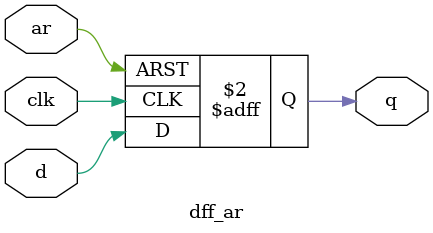
<source format=v>
module dff_ar (
    input clk,
    input d, 
    input ar,   // asynchronous reset
    output q);
    always @ (posedge clk or posedge ar)
        begin
            if (ar)
                q <= 0;
            else
                q <= d;
        end
endmodule
</source>
